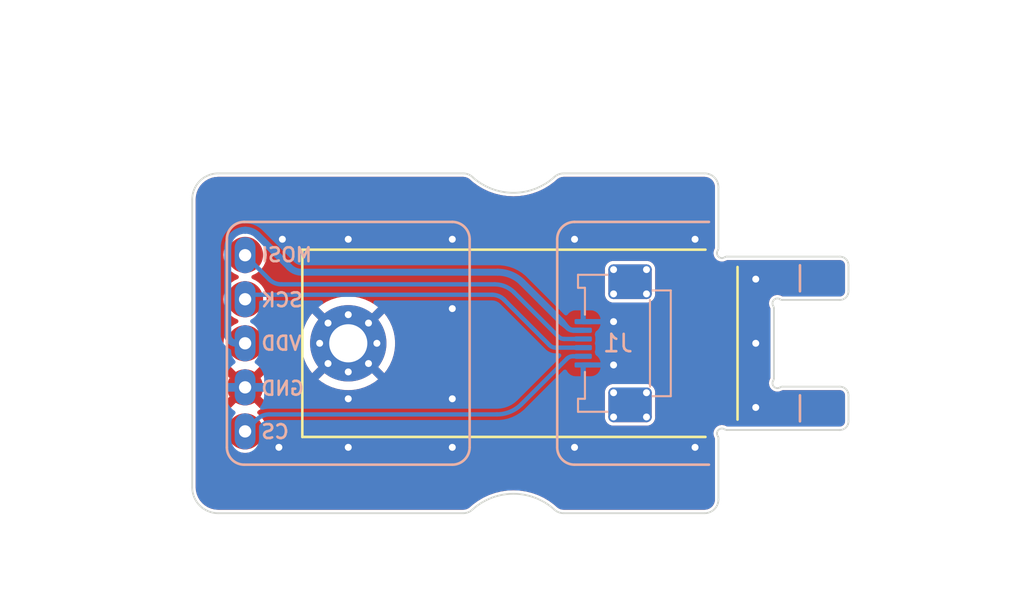
<source format=kicad_pcb>
(kicad_pcb (version 20240108) (generator "pcbnew") (generator_version "8.0")
  (title_block (title "Marten 22 nice!view Module") (date "2024-10-06") (rev "1"))
  (layers (0 "F.Cu" signal) (31 "B.Cu" signal) (34 "B.Paste" user) (35 "F.Paste" user) (36 "B.SilkS" user "B.Silkscreen") (37 "F.SilkS" user "F.Silkscreen") (38 "B.Mask" user) (39 "F.Mask" user) (44 "Edge.Cuts" user))
  (net 0 "")
  (net 1 "/CS")
  (net 2 "GND")
  (net 3 "VDD")
  (net 4 "/SCK")
  (net 5 "/MOSI")
  (footprint "MountingHole:MountingHole_2.2mm_M2_Pad_Via" (layer "F.Cu") (at 100 100)
    (property "Reference" "H1" (hide yes))
    (property "Value" "MountingHole")
    (pad "1" thru_hole circle (at -1.65 0) (size 0.7 0.7) (drill 0.4) (layers "*.Cu" "*.Mask") (net 2 "GND"))
    (pad "1" thru_hole circle (at -1.166726 -1.166726) (size 0.7 0.7) (drill 0.4) (layers "*.Cu" "*.Mask") (net 2 "GND"))
    (pad "1" thru_hole circle (at -1.166726 1.166726) (size 0.7 0.7) (drill 0.4) (layers "*.Cu" "*.Mask") (net 2 "GND"))
    (pad "1" thru_hole circle (at 0 -1.65) (size 0.7 0.7) (drill 0.4) (layers "*.Cu" "*.Mask") (net 2 "GND"))
    (pad "1" thru_hole circle (at 0 0) (size 4.4 4.4) (drill 2.2) (layers "*.Cu" "*.Mask") (net 2 "GND"))
    (pad "1" thru_hole circle (at 0 1.65) (size 0.7 0.7) (drill 0.4) (layers "*.Cu" "*.Mask") (net 2 "GND"))
    (pad "1" thru_hole circle (at 1.166726 -1.166726) (size 0.7 0.7) (drill 0.4) (layers "*.Cu" "*.Mask") (net 2 "GND"))
    (pad "1" thru_hole circle (at 1.166726 1.166726) (size 0.7 0.7) (drill 0.4) (layers "*.Cu" "*.Mask") (net 2 "GND"))
    (pad "1" thru_hole circle (at 1.65 0) (size 0.7 0.7) (drill 0.4) (layers "*.Cu" "*.Mask") (net 2 "GND"))
  )
  (footprint "keyboard:Nice_View_Pogo_pin" (layer "F.Cu") (at 94.05 100)
    (property "Reference" "U1" (hide yes))
    (property "Value" "Nice_View")
    (fp_text user "SCK" (at 0.85 -2.5 0) (layer "B.SilkS") (effects (font (size 0.8 0.8)) (justify right mirror)))
    (fp_text user "MOSI" (at 0.85 -5.1 0) (layer "B.SilkS") (effects (font (size 0.8 0.8)) (justify right mirror)))
    (fp_text user "CS" (at 0.85 5.1 0) (layer "B.SilkS") (effects (font (size 0.8 0.8)) (justify right mirror)))
    (fp_text user "VDD" (at 0.85 0 0) (layer "B.SilkS") (effects (font (size 0.8 0.8)) (justify right mirror)))
    (fp_text user "GND" (at 0.85 2.6 0) (layer "B.SilkS") (effects (font (size 0.8 0.8)) (justify right mirror)))
    (pad "1" smd circle (at 0 -5.1) (size 2.08 2.08) (layers "F.Cu" "F.Mask") (net 5 "/MOSI"))
    (pad "1" thru_hole oval (at 0 -5.08) (size 1.2 2.08) (drill 0.71) (layers "*.Cu" "*.Mask") (net 5 "/MOSI"))
    (pad "2" thru_hole oval (at 0 -2.54) (size 1.2 2.08) (drill 0.71) (layers "*.Cu" "*.Mask") (net 4 "/SCK"))
    (pad "2" smd circle (at 0 -2.54) (size 2.08 2.08) (layers "F.Cu" "F.Mask") (net 4 "/SCK"))
    (pad "3" thru_hole oval (at 0 0) (size 1.2 2.08) (drill 0.71) (layers "*.Cu" "*.Mask") (net 3 "VDD"))
    (pad "3" smd circle (at 0 0) (size 2.08 2.08) (layers "F.Cu" "F.Mask") (net 3 "VDD"))
    (pad "4" thru_hole oval (at 0 2.54) (size 1.2 2.08) (drill 0.71) (layers "*.Cu" "*.Mask") (net 2 "GND"))
    (pad "4" smd circle (at 0 2.54) (size 2.08 2.08) (layers "F.Cu" "F.Mask") (net 2 "GND"))
    (pad "5" thru_hole oval (at 0 5.08) (size 1.2 2.08) (drill 0.71) (layers "*.Cu" "*.Mask") (net 1 "/CS"))
    (pad "5" smd circle (at 0 5.08) (size 2.08 2.08) (layers "F.Cu" "F.Mask") (net 1 "/CS"))
  )
  (footprint "keyboard:Molex_5051100692_1x06_P0.5mm_Anchor_2" (layer "B.Cu") (at 115.55 100 -90)
    (property "Reference" "J1" (at 0 0 180) (layer "B.SilkS") (effects (justify mirror)))
    (property "Value" "Molex-50511")
    (fp_line (start -3.2 2.3) (end -3.95 2.3) (stroke (width 0.12)) (layer "B.SilkS"))
    (fp_line (start 3.2 2.3) (end 3.95 2.3) (stroke (width 0.12)) (layer "B.SilkS"))
    (fp_line (start -3.2 1.9) (end -3.2 2.3) (stroke (width 0.12)) (layer "B.SilkS"))
    (fp_line (start -1.65 1.9) (end -3.2 1.9) (stroke (width 0.12)) (layer "B.SilkS"))
    (fp_line (start 1.65 1.9) (end 3.2 1.9) (stroke (width 0.12)) (layer "B.SilkS"))
    (fp_line (start 3.2 1.9) (end 3.2 2.3) (stroke (width 0.12)) (layer "B.SilkS"))
    (fp_line (start -3.95 0.6) (end -3.95 2.3) (stroke (width 0.12)) (layer "B.SilkS"))
    (fp_line (start 3.95 0.6) (end 3.95 2.3) (stroke (width 0.12)) (layer "B.SilkS"))
    (fp_line (start 2.5 -1.85) (end -2.5 -1.85) (stroke (width 0.12)) (layer "B.SilkS"))
    (fp_line (start -3.05 -2) (end -3.05 -3.05) (stroke (width 0.12)) (layer "B.SilkS"))
    (fp_line (start 3.05 -2) (end 3.05 -3.05) (stroke (width 0.12)) (layer "B.SilkS"))
    (fp_line (start -3.05 -3.05) (end 3.05 -3.05) (stroke (width 0.12)) (layer "B.SilkS"))
    (pad "1" smd roundrect (at -1.25 2 270) (size 0.3 1) (layers "B.Cu" "B.Paste" "B.Mask") (net 2 "GND"))
    (pad "2" smd roundrect (at -0.75 2 270) (size 0.3 1) (layers "B.Cu" "B.Paste" "B.Mask") (net 3 "VDD"))
    (pad "3" smd roundrect (at -0.25 2 270) (size 0.3 1) (layers "B.Cu" "B.Paste" "B.Mask") (net 5 "/MOSI"))
    (pad "4" smd roundrect (at 0.25 2 270) (size 0.3 1) (layers "B.Cu" "B.Paste" "B.Mask") (net 4 "/SCK"))
    (pad "5" smd roundrect (at 0.75 2 270) (size 0.3 1) (layers "B.Cu" "B.Paste" "B.Mask") (net 1 "/CS"))
    (pad "6" smd roundrect (at 1.25 2 270) (size 0.3 1) (layers "B.Cu" "B.Paste" "B.Mask") (net 2 "GND"))
    (pad "MP" thru_hole circle (at -4.25 -1.65 270) (size 0.6 0.6) (drill 0.4) (layers "*.Cu"))
    (pad "MP" thru_hole circle (at -4.25 0.25 270) (size 0.6 0.6) (drill 0.4) (layers "*.Cu"))
    (pad "MP" smd roundrect (at -3.55 -0.7 270) (size 2 2.5) (layers "F.Cu") (roundrect_rratio 0.15))
    (pad "MP" smd roundrect (at -3.55 -0.7 270) (size 2 2.5) (layers "B.Cu") (roundrect_rratio 0.15))
    (pad "MP" thru_hole circle (at -2.85 -1.65 270) (size 0.6 0.6) (drill 0.4) (layers "*.Cu"))
    (pad "MP" thru_hole circle (at -2.85 0.25 270) (size 0.6 0.6) (drill 0.4) (layers "*.Cu"))
    (pad "MP" thru_hole circle (at 2.85 -1.65 270) (size 0.6 0.6) (drill 0.4) (layers "*.Cu"))
    (pad "MP" thru_hole circle (at 2.85 0.25 270) (size 0.6 0.6) (drill 0.4) (layers "*.Cu"))
    (pad "MP" smd roundrect (at 3.55 -0.7 270) (size 2 2.5) (layers "F.Cu") (roundrect_rratio 0.15))
    (pad "MP" smd roundrect (at 3.55 -0.7 270) (size 2 2.5) (layers "B.Cu") (roundrect_rratio 0.15))
    (pad "MP" thru_hole circle (at 4.25 -1.65 270) (size 0.6 0.6) (drill 0.4) (layers "*.Cu"))
    (pad "MP" thru_hole circle (at 4.25 0.25 270) (size 0.6 0.6) (drill 0.4) (layers "*.Cu"))
  )
  (gr_line (start 112.05 94) (end 112.05 106) (stroke (width 0.15)) (layer "B.SilkS"))
  (gr_line (start 107 94) (end 107 106) (stroke (width 0.15)) (layer "B.SilkS"))
  (gr_arc (start 107 106) (mid 106.707107 106.707107) (end 106 107) (stroke (width 0.15)) (layer "B.SilkS"))
  (gr_line (start 94 107) (end 106 107) (stroke (width 0.15)) (layer "B.SilkS"))
  (gr_arc (start 94 107) (mid 93.292893 106.707107) (end 93 106) (stroke (width 0.15)) (layer "B.SilkS"))
  (gr_line (start 93 94) (end 93 106) (stroke (width 0.15)) (layer "B.SilkS"))
  (gr_line (start 120.8 93) (end 113.05 93) (stroke (width 0.15)) (layer "B.SilkS"))
  (gr_arc (start 112.05 94) (mid 112.342893 93.292893) (end 113.05 93) (stroke (width 0.15)) (layer "B.SilkS"))
  (gr_arc (start 106 93) (mid 106.707107 93.292893) (end 107 94) (stroke (width 0.15)) (layer "B.SilkS"))
  (gr_line (start 126.05 95.5) (end 126.05 97) (stroke (width 0.15)) (layer "B.SilkS"))
  (gr_arc (start 113.05 107) (mid 112.342893 106.707107) (end 112.05 106) (stroke (width 0.15)) (layer "B.SilkS"))
  (gr_arc (start 93 94) (mid 93.292893 93.292893) (end 94 93) (stroke (width 0.15)) (layer "B.SilkS"))
  (gr_line (start 126.05 103) (end 126.05 104.5) (stroke (width 0.15)) (layer "B.SilkS"))
  (gr_line (start 120.8 107) (end 113.05 107) (stroke (width 0.15)) (layer "B.SilkS"))
  (gr_line (start 94 93) (end 106 93) (stroke (width 0.15)) (layer "B.SilkS"))
  (gr_line (start 97.35 94.6) (end 97.35 105.4) (stroke (width 0.15)) (layer "F.SilkS"))
  (gr_line (start 122.45 104.4) (end 122.45 95.6) (stroke (width 0.15)) (layer "F.SilkS"))
  (gr_line (start 97.35 105.4) (end 120.6 105.4) (stroke (width 0.15)) (layer "F.SilkS"))
  (gr_line (start 97.35 94.6) (end 120.6 94.6) (stroke (width 0.15)) (layer "F.SilkS"))
  (gr_line (start 106.625 90.2) (end 92.5 90.2) (stroke (width 0.1)) (layer "Edge.Cuts"))
  (gr_line (start 112.425 90.2) (end 120.55 90.2) (stroke (width 0.1)) (layer "Edge.Cuts"))
  (gr_arc (start 124.516411 97.864059) (mid 124.54816 97.498159) (end 124.914061 97.466412) (stroke (width 0.1)) (layer "Edge.Cuts"))
  (gr_line (start 121.35 109) (end 121.35 105.475) (stroke (width 0.1)) (layer "Edge.Cuts"))
  (gr_arc (start 128.85 104.5) (mid 128.703553 104.853553) (end 128.35 105) (stroke (width 0.1)) (layer "Edge.Cuts"))
  (gr_arc (start 121.31641 105.36406) (mid 121.341417 105.417043) (end 121.35 105.475) (stroke (width 0.1)) (layer "Edge.Cuts"))
  (gr_arc (start 120.55 90.2) (mid 121.115685 90.434315) (end 121.35 91) (stroke (width 0.1)) (layer "Edge.Cuts"))
  (gr_arc (start 121.35 109) (mid 121.115685 109.565685) (end 120.55 109.8) (stroke (width 0.1)) (layer "Edge.Cuts"))
  (gr_arc (start 124.55 102.025) (mid 124.541418 102.082957) (end 124.51641 102.13594) (stroke (width 0.1)) (layer "Edge.Cuts"))
  (gr_line (start 128.35 102.5) (end 125.025 102.5) (stroke (width 0.1)) (layer "Edge.Cuts"))
  (gr_arc (start 106.625 90.2) (mid 106.931147 90.260896) (end 107.190685 90.434315) (stroke (width 0.1)) (layer "Edge.Cuts"))
  (gr_line (start 121.35 91) (end 121.35 94.525) (stroke (width 0.1)) (layer "Edge.Cuts"))
  (gr_arc (start 124.91406 102.53359) (mid 124.967043 102.508582) (end 125.025 102.5) (stroke (width 0.1)) (layer "Edge.Cuts"))
  (gr_line (start 128.85 95.5) (end 128.85 97) (stroke (width 0.1)) (layer "Edge.Cuts"))
  (gr_line (start 106.625 109.8) (end 92.5 109.8) (stroke (width 0.1)) (layer "Edge.Cuts"))
  (gr_arc (start 128.35 95) (mid 128.703553 95.146447) (end 128.85 95.5) (stroke (width 0.1)) (layer "Edge.Cuts"))
  (gr_arc (start 92.5 109.8) (mid 91.43934 109.36066) (end 91 108.3) (stroke (width 0.1)) (layer "Edge.Cuts"))
  (gr_arc (start 125.025 97.5) (mid 124.967043 97.491418) (end 124.91406 97.46641) (stroke (width 0.1)) (layer "Edge.Cuts"))
  (gr_arc (start 121.316411 105.364059) (mid 121.34816 104.998159) (end 121.714061 104.966412) (stroke (width 0.1)) (layer "Edge.Cuts"))
  (gr_arc (start 107.190684 109.565686) (mid 109.524999 108.68025) (end 111.859315 109.565685) (stroke (width 0.1)) (layer "Edge.Cuts"))
  (gr_arc (start 128.85 97) (mid 128.703553 97.353553) (end 128.35 97.5) (stroke (width 0.1)) (layer "Edge.Cuts"))
  (gr_arc (start 107.190685 109.565685) (mid 106.931147 109.739103) (end 106.625 109.8) (stroke (width 0.1)) (layer "Edge.Cuts"))
  (gr_line (start 128.35 97.5) (end 125.025 97.5) (stroke (width 0.1)) (layer "Edge.Cuts"))
  (gr_arc (start 124.51641 97.86406) (mid 124.541418 97.917043) (end 124.55 97.975) (stroke (width 0.1)) (layer "Edge.Cuts"))
  (gr_arc (start 121.714059 95.033589) (mid 121.348159 95.00184) (end 121.316412 94.635939) (stroke (width 0.1)) (layer "Edge.Cuts"))
  (gr_line (start 128.85 103) (end 128.85 104.5) (stroke (width 0.1)) (layer "Edge.Cuts"))
  (gr_line (start 91 108.3) (end 91 91.7) (stroke (width 0.1)) (layer "Edge.Cuts"))
  (gr_arc (start 111.859315 90.434315) (mid 112.118853 90.260897) (end 112.425 90.2) (stroke (width 0.1)) (layer "Edge.Cuts"))
  (gr_arc (start 91 91.7) (mid 91.43934 90.63934) (end 92.5 90.2) (stroke (width 0.1)) (layer "Edge.Cuts"))
  (gr_line (start 112.425 109.8) (end 120.55 109.8) (stroke (width 0.1)) (layer "Edge.Cuts"))
  (gr_arc (start 121.35 94.525) (mid 121.341418 94.582957) (end 121.31641 94.63594) (stroke (width 0.1)) (layer "Edge.Cuts"))
  (gr_arc (start 124.914059 102.533589) (mid 124.548159 102.50184) (end 124.516412 102.135939) (stroke (width 0.1)) (layer "Edge.Cuts"))
  (gr_arc (start 128.35 102.5) (mid 128.703553 102.646447) (end 128.85 103) (stroke (width 0.1)) (layer "Edge.Cuts"))
  (gr_arc (start 112.425 109.8) (mid 112.118853 109.739104) (end 111.859315 109.565685) (stroke (width 0.1)) (layer "Edge.Cuts"))
  (gr_arc (start 121.825 105) (mid 121.767043 104.991418) (end 121.71406 104.96641) (stroke (width 0.1)) (layer "Edge.Cuts"))
  (gr_line (start 121.825 95) (end 128.35 95) (stroke (width 0.1)) (layer "Edge.Cuts"))
  (gr_arc (start 111.859315 90.434315) (mid 109.524999 91.31975) (end 107.190684 90.434314) (stroke (width 0.1)) (layer "Edge.Cuts"))
  (gr_arc (start 121.71406 95.03359) (mid 121.767043 95.008582) (end 121.825 95) (stroke (width 0.1)) (layer "Edge.Cuts"))
  (gr_line (start 124.55 97.975) (end 124.55 102.025) (stroke (width 0.1)) (layer "Edge.Cuts"))
  (gr_line (start 121.825 105) (end 128.35 105) (stroke (width 0.1)) (layer "Edge.Cuts"))
  (segment (start 95.444214 104.1) (end 108.571573 104.1) (width 0.25) (layer "B.Cu") (net 1))
  (segment (start 94.05 105.08) (end 94.737107 104.392893) (width 0.25) (layer "B.Cu") (net 1))
  (segment (start 109.985787 103.514213) (end 112.603554 100.896446) (width 0.25) (layer "B.Cu") (net 1))
  (segment (start 112.957107 100.75) (end 113.55 100.75) (width 0.25) (layer "B.Cu") (net 1))
  (arc (start 109.985787 103.514213) (mid 109.33694 103.947759) (end 108.571573 104.1) (width 0.25) (layer "B.Cu") (net 1))
  (arc (start 112.603554 100.896446) (mid 112.765766 100.78806) (end 112.957107 100.75) (width 0.25) (layer "B.Cu") (net 1))
  (arc (start 95.444214 104.1) (mid 95.061531 104.17612) (end 94.737107 104.392893) (width 0.25) (layer "B.Cu") (net 1))
  (via (at 106 98) (size 0.8) (drill 0.4) (layers "F.Cu" "B.Cu") (net 2))
  (via (at 96.2 94) (size 0.8) (drill 0.4) (layers "F.Cu" "B.Cu") (net 2))
  (via (at 113.05 106) (size 0.8) (drill 0.4) (layers "F.Cu" "B.Cu") (net 2))
  (via (at 120 94) (size 0.8) (drill 0.4) (layers "F.Cu" "B.Cu") (net 2))
  (via (at 123.5 100) (size 0.8) (drill 0.4) (layers "F.Cu" "B.Cu") (net 2))
  (via (at 106 103.2) (size 0.8) (drill 0.4) (layers "F.Cu" "B.Cu") (net 2))
  (via (at 96 106) (size 0.8) (drill 0.4) (layers "F.Cu" "B.Cu") (net 2))
  (via (at 113.05 94) (size 0.8) (drill 0.4) (layers "F.Cu" "B.Cu") (net 2))
  (via (at 115.3 101.25) (size 0.8) (drill 0.4) (layers "F.Cu" "B.Cu") (net 2))
  (via (at 106 94) (size 0.8) (drill 0.4) (layers "F.Cu" "B.Cu") (net 2))
  (via (at 100 94) (size 0.8) (drill 0.4) (layers "F.Cu" "B.Cu") (net 2))
  (via (at 115.3 98.75) (size 0.8) (drill 0.4) (layers "F.Cu" "B.Cu") (net 2))
  (via (at 100 103.2) (size 0.8) (drill 0.4) (layers "F.Cu" "B.Cu") (net 2))
  (via (at 123.5 96.3) (size 0.8) (drill 0.4) (layers "F.Cu" "B.Cu") (net 2))
  (via (at 120 106) (size 0.8) (drill 0.4) (layers "F.Cu" "B.Cu") (net 2))
  (via (at 106 106) (size 0.8) (drill 0.4) (layers "F.Cu" "B.Cu") (net 2))
  (via (at 100 106) (size 0.8) (drill 0.4) (layers "F.Cu" "B.Cu") (net 2))
  (via (at 123.5 103.7) (size 0.8) (drill 0.4) (layers "F.Cu" "B.Cu") (net 2))
  (segment (start 96.607107 95.607107) (end 94.772893 93.772893) (width 0.4) (layer "B.Cu") (net 3))
  (segment (start 93.124763 99.767194) (end 93.194881 99.855119) (width 0.4) (layer "B.Cu") (net 3))
  (segment (start 93.075968 99.665871) (end 93.124763 99.767194) (width 0.4) (layer "B.Cu") (net 3))
  (segment (start 94.065786 93.48) (end 94.05 93.48) (width 0.4) (layer "B.Cu") (net 3))
  (segment (start 93.05 94.48) (end 93.05 99.5) (width 0.4) (layer "B.Cu") (net 3))
  (segment (start 111.138892 97.592358) (end 110.03232 96.485786) (width 0.4) (layer "B.Cu") (net 3))
  (segment (start 108.618107 95.9) (end 97.314214 95.9) (width 0.4) (layer "B.Cu") (net 3))
  (segment (start 113.55 99.25) (end 113.003641 99.25) (width 0.3) (layer "B.Cu") (net 3))
  (segment (start 93.384129 99.974032) (end 93.49377 99.999057) (width 0.4) (layer "B.Cu") (net 3))
  (segment (start 93.282806 99.925237) (end 93.384129 99.974032) (width 0.4) (layer "B.Cu") (net 3))
  (segment (start 112.329517 98.782983) (end 111.932642 98.386108) (width 0.4) (layer "B.Cu") (net 3))
  (segment (start 93.55 100) (end 94 100) (width 0.4) (layer "B.Cu") (net 3))
  (segment (start 93.05 99.5) (end 93.050943 99.55623) (width 0.4) (layer "B.Cu") (net 3))
  (segment (start 93.49377 99.999057) (end 93.55 100) (width 0.4) (layer "B.Cu") (net 3))
  (segment (start 111.932642 98.386108) (end 111.138892 97.592358) (width 0.4) (layer "B.Cu") (net 3))
  (segment (start 112.650087 99.103553) (end 112.329517 98.782983) (width 0.3) (layer "B.Cu") (net 3))
  (segment (start 93.194881 99.855119) (end 93.282806 99.925237) (width 0.4) (layer "B.Cu") (net 3))
  (segment (start 93.050943 99.55623) (end 93.075968 99.665871) (width 0.4) (layer "B.Cu") (net 3))
  (arc (start 113.003641 99.25) (mid 112.812299 99.21194) (end 112.650087 99.103553) (width 0.3) (layer "B.Cu") (net 3))
  (arc (start 94.065786 93.48) (mid 94.448469 93.55612) (end 94.772893 93.772893) (width 0.4) (layer "B.Cu") (net 3))
  (arc (start 97.314214 95.9) (mid 96.931531 95.82388) (end 96.607107 95.607107) (width 0.4) (layer "B.Cu") (net 3))
  (arc (start 110.03232 96.485786) (mid 109.383474 96.052241) (end 108.618107 95.9) (width 0.4) (layer "B.Cu") (net 3))
  (arc (start 94.05 93.48) (mid 93.342893 93.772893) (end 93.05 94.48) (width 0.4) (layer "B.Cu") (net 3))
  (segment (start 111.603553 100.103553) (end 108.992893 97.492893) (width 0.25) (layer "B.Cu") (net 4))
  (segment (start 108.285786 97.2) (end 94.31 97.2) (width 0.25) (layer "B.Cu") (net 4))
  (segment (start 113.55 100.25) (end 111.957107 100.25) (width 0.25) (layer "B.Cu") (net 4))
  (arc (start 111.603553 100.103553) (mid 111.765765 100.21194) (end 111.957107 100.25) (width 0.25) (layer "B.Cu") (net 4))
  (arc (start 108.992893 97.492893) (mid 108.66847 97.27612) (end 108.285786 97.2) (width 0.25) (layer "B.Cu") (net 4))
  (segment (start 108.437258 96.6) (end 96.144214 96.6) (width 0.25) (layer "B.Cu") (net 5))
  (segment (start 95.437107 96.307107) (end 94.05 94.92) (width 0.25) (layer "B.Cu") (net 5))
  (segment (start 112.103553 99.603553) (end 109.568629 97.068629) (width 0.25) (layer "B.Cu") (net 5))
  (segment (start 113.55 99.75) (end 112.457107 99.75) (width 0.25) (layer "B.Cu") (net 5))
  (arc (start 112.457107 99.75) (mid 112.265765 99.71194) (end 112.103553 99.603553) (width 0.25) (layer "B.Cu") (net 5))
  (arc (start 109.568629 97.068629) (mid 109.049552 96.721793) (end 108.437258 96.6) (width 0.25) (layer "B.Cu") (net 5))
  (arc (start 96.144214 96.6) (mid 95.76153 96.52388) (end 95.437107 96.307107) (width 0.25) (layer "B.Cu") (net 5))
  (zone (net 2) (net_name "GND") (layers "F&B.Cu") (connect_pads (clearance 0)) (min_thickness 0.25) (fill yes (thermal_gap 0.5) (thermal_bridge_width 0.5))
    (polygon (pts (xy 89.75 88.2) (xy 129 88.2) (xy 129 111.8) (xy 89.75 111.8)))
  )
)
</source>
